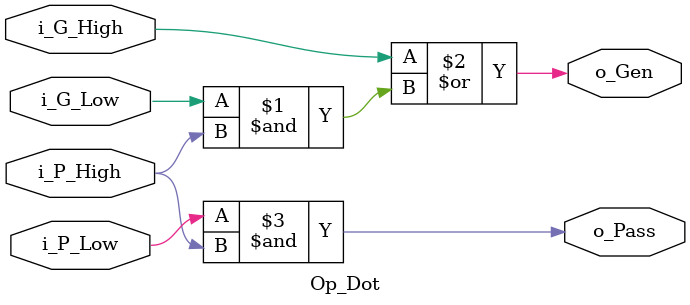
<source format=sv>
module Op_Dot
    (
        input i_G_Low,i_G_High,
        input i_P_Low,i_P_High,
        output o_Gen,o_Pass
    );

    assign o_Gen = i_G_High | (i_G_Low &i_P_High) ;
    assign o_Pass = i_P_Low & i_P_High;
endmodule
</source>
